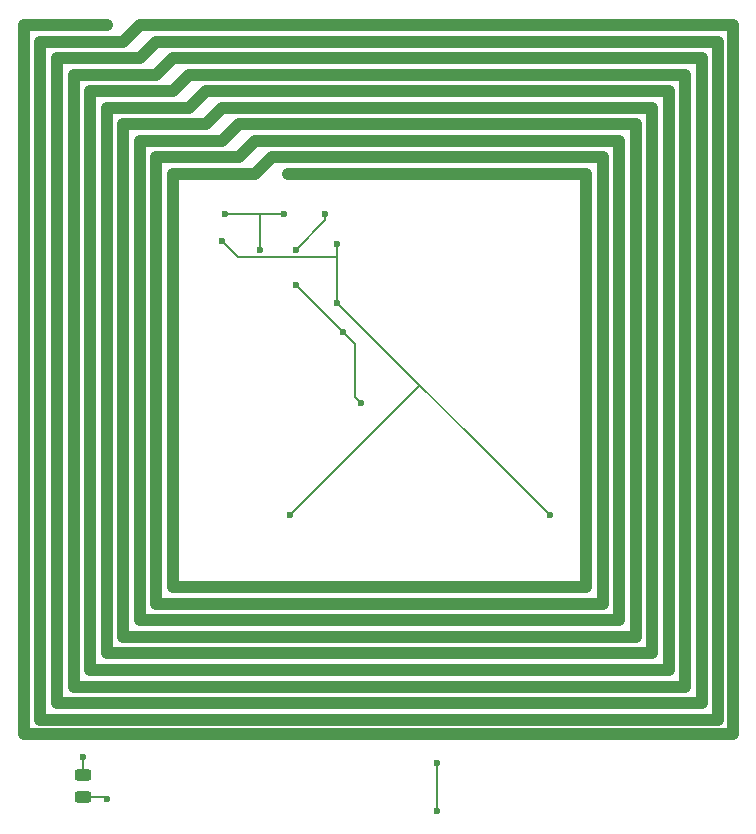
<source format=gbr>
%TF.GenerationSoftware,KiCad,Pcbnew,8.0.3-8.0.3-0~ubuntu24.04.1*%
%TF.CreationDate,2024-08-27T16:23:42+05:00*%
%TF.ProjectId,solartap_mcu_clear_60x60_g400,736f6c61-7274-4617-905f-6d63755f636c,rev?*%
%TF.SameCoordinates,Original*%
%TF.FileFunction,Copper,L2,Bot*%
%TF.FilePolarity,Positive*%
%FSLAX46Y46*%
G04 Gerber Fmt 4.6, Leading zero omitted, Abs format (unit mm)*
G04 Created by KiCad (PCBNEW 8.0.3-8.0.3-0~ubuntu24.04.1) date 2024-08-27 16:23:42*
%MOMM*%
%LPD*%
G01*
G04 APERTURE LIST*
G04 Aperture macros list*
%AMRoundRect*
0 Rectangle with rounded corners*
0 $1 Rounding radius*
0 $2 $3 $4 $5 $6 $7 $8 $9 X,Y pos of 4 corners*
0 Add a 4 corners polygon primitive as box body*
4,1,4,$2,$3,$4,$5,$6,$7,$8,$9,$2,$3,0*
0 Add four circle primitives for the rounded corners*
1,1,$1+$1,$2,$3*
1,1,$1+$1,$4,$5*
1,1,$1+$1,$6,$7*
1,1,$1+$1,$8,$9*
0 Add four rect primitives between the rounded corners*
20,1,$1+$1,$2,$3,$4,$5,0*
20,1,$1+$1,$4,$5,$6,$7,0*
20,1,$1+$1,$6,$7,$8,$9,0*
20,1,$1+$1,$8,$9,$2,$3,0*%
G04 Aperture macros list end*
%TA.AperFunction,SMDPad,CuDef*%
%ADD10RoundRect,0.243750X-0.456250X0.243750X-0.456250X-0.243750X0.456250X-0.243750X0.456250X0.243750X0*%
%TD*%
%TA.AperFunction,ViaPad*%
%ADD11C,0.600000*%
%TD*%
%TA.AperFunction,Conductor*%
%ADD12C,0.200000*%
%TD*%
%TA.AperFunction,Conductor*%
%ADD13C,1.000000*%
%TD*%
G04 APERTURE END LIST*
D10*
%TO.P,D1,1,K*%
%TO.N,Net-(D1-K)*%
X70000000Y-106000000D03*
%TO.P,D1,2,A*%
%TO.N,Net-(D1-A)*%
X70000000Y-107875000D03*
%TD*%
D11*
%TO.N,+3.3V*%
X87500000Y-84000000D03*
X109500000Y-84000000D03*
%TO.N,Net-(D1-A)*%
X72000000Y-108000000D03*
%TO.N,Net-(D1-K)*%
X70000000Y-104500000D03*
%TO.N,GND*%
X92000000Y-68500000D03*
%TO.N,+3.3V*%
X81800000Y-60800000D03*
X91500000Y-66000000D03*
X91500000Y-61000000D03*
%TO.N,GND*%
X88000000Y-61500000D03*
X100000000Y-105000000D03*
X93500000Y-74500000D03*
X88000000Y-64500000D03*
X100000000Y-109000000D03*
X87000000Y-58500000D03*
X90500000Y-58500000D03*
X85000000Y-61500000D03*
X82000000Y-58500000D03*
%TO.N,Net-(U1-NFC1{slash}P0.09)*%
X87400000Y-55100000D03*
X72000000Y-42500000D03*
%TD*%
D12*
%TO.N,+3.3V*%
X98500000Y-73000000D02*
X87500000Y-84000000D01*
X109500000Y-84000000D02*
X91500000Y-66000000D01*
%TO.N,Net-(D1-A)*%
X72000000Y-108000000D02*
X71875000Y-107875000D01*
X71875000Y-107875000D02*
X70000000Y-107875000D01*
%TO.N,Net-(D1-K)*%
X70000000Y-104500000D02*
X70000000Y-106000000D01*
%TO.N,+3.3V*%
X81800000Y-60800000D02*
X83100000Y-62100000D01*
X83100000Y-62100000D02*
X91400000Y-62100000D01*
X91400000Y-62100000D02*
X91500000Y-62000000D01*
%TO.N,GND*%
X92000000Y-68500000D02*
X88000000Y-64500000D01*
X93500000Y-74500000D02*
X93000000Y-74000000D01*
X93000000Y-74000000D02*
X93000000Y-69500000D01*
X93000000Y-69500000D02*
X92000000Y-68500000D01*
%TO.N,+3.3V*%
X91500000Y-62000000D02*
X91500000Y-66000000D01*
X91500000Y-61000000D02*
X91500000Y-62000000D01*
%TO.N,GND*%
X100000000Y-105000000D02*
X100000000Y-109000000D01*
X88000000Y-61500000D02*
X90500000Y-59000000D01*
X85000000Y-61500000D02*
X85000000Y-58500000D01*
X84000000Y-58500000D02*
X87000000Y-58500000D01*
X90500000Y-59000000D02*
X90500000Y-58500000D01*
X82000000Y-58500000D02*
X84000000Y-58500000D01*
D13*
%TO.N,Net-(U1-NFC1{slash}P0.09)*%
X122400000Y-45300000D02*
X77600000Y-45300000D01*
X81800000Y-49500000D02*
X80400000Y-50900000D01*
X74800000Y-45300000D02*
X67800000Y-45300000D01*
X76200000Y-91500000D02*
X114000000Y-91500000D01*
X83200000Y-50900000D02*
X81800000Y-52300000D01*
X83200000Y-53700000D02*
X76200000Y-53700000D01*
X118200000Y-49500000D02*
X81800000Y-49500000D01*
X84600000Y-52300000D02*
X83200000Y-53700000D01*
X67800000Y-45300000D02*
X67800000Y-99900000D01*
X86000000Y-53700000D02*
X84600000Y-55100000D01*
X72000000Y-49500000D02*
X72000000Y-95700000D01*
X114000000Y-91500000D02*
X114000000Y-53700000D01*
X123800000Y-43900000D02*
X76200000Y-43900000D01*
X65000000Y-102500000D02*
X125000000Y-102500000D01*
X65000000Y-42500000D02*
X65000000Y-102500000D01*
X118200000Y-95700000D02*
X118200000Y-49500000D01*
X76200000Y-46700000D02*
X69200000Y-46700000D01*
X77600000Y-55100000D02*
X77600000Y-90100000D01*
X76200000Y-53700000D02*
X76200000Y-91500000D01*
X116800000Y-50900000D02*
X83200000Y-50900000D01*
X121000000Y-46700000D02*
X79000000Y-46700000D01*
X79000000Y-46700000D02*
X77600000Y-48100000D01*
X69200000Y-46700000D02*
X69200000Y-98500000D01*
X76200000Y-43900000D02*
X74800000Y-45300000D01*
X70600000Y-48100000D02*
X70600000Y-97100000D01*
X122400000Y-99900000D02*
X122400000Y-45300000D01*
X72000000Y-95700000D02*
X118200000Y-95700000D01*
X74800000Y-92900000D02*
X115400000Y-92900000D01*
X84600000Y-55100000D02*
X83200000Y-55100000D01*
X80400000Y-50900000D02*
X73400000Y-50900000D01*
X73400000Y-50900000D02*
X73400000Y-94300000D01*
X67800000Y-99900000D02*
X122400000Y-99900000D01*
X112600000Y-90100000D02*
X112600000Y-55100000D01*
X74800000Y-52300000D02*
X74800000Y-92900000D01*
X123800000Y-101300000D02*
X123800000Y-43900000D01*
X73400000Y-43900000D02*
X66400000Y-43900000D01*
X81800000Y-52300000D02*
X74800000Y-52300000D01*
X74800000Y-42500000D02*
X73400000Y-43900000D01*
X66400000Y-101300000D02*
X123800000Y-101300000D01*
X115400000Y-52300000D02*
X84600000Y-52300000D01*
X77600000Y-90100000D02*
X112600000Y-90100000D01*
X77600000Y-45300000D02*
X76200000Y-46700000D01*
X119600000Y-48100000D02*
X80400000Y-48100000D01*
X125000000Y-42500000D02*
X74800000Y-42500000D01*
X79000000Y-49500000D02*
X72000000Y-49500000D01*
X77600000Y-48100000D02*
X70600000Y-48100000D01*
X116800000Y-94300000D02*
X116800000Y-50900000D01*
X70600000Y-97100000D02*
X119600000Y-97100000D01*
X69200000Y-98500000D02*
X121000000Y-98500000D01*
X73400000Y-94300000D02*
X116800000Y-94300000D01*
X119600000Y-97100000D02*
X119600000Y-48100000D01*
X66400000Y-43900000D02*
X66400000Y-101300000D01*
X83200000Y-55100000D02*
X77600000Y-55100000D01*
X114000000Y-53700000D02*
X86000000Y-53700000D01*
X125000000Y-102500000D02*
X125000000Y-42500000D01*
X115400000Y-92900000D02*
X115400000Y-52300000D01*
X121000000Y-98500000D02*
X121000000Y-46700000D01*
X71900000Y-42500000D02*
X72000000Y-42500000D01*
X112600000Y-55100000D02*
X87400000Y-55100000D01*
X72000000Y-42500000D02*
X65000000Y-42500000D01*
X80400000Y-48100000D02*
X79000000Y-49500000D01*
%TD*%
M02*

</source>
